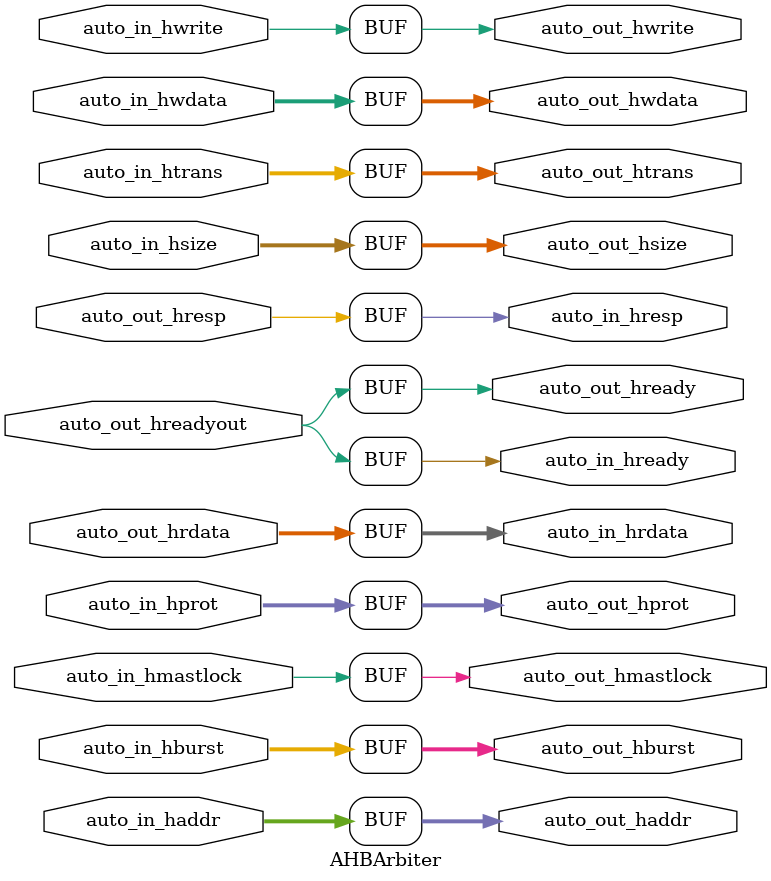
<source format=sv>
module AHBArbiter(
  input         auto_in_hmastlock,
  output        auto_in_hready,
  input  [1:0]  auto_in_htrans,
  input  [2:0]  auto_in_hsize,
  input  [2:0]  auto_in_hburst,
  input         auto_in_hwrite,
  input  [3:0]  auto_in_hprot,
  input  [29:0] auto_in_haddr,
  input  [31:0] auto_in_hwdata,
  output        auto_in_hresp,
  output [31:0] auto_in_hrdata,
  output        auto_out_hmastlock,
  output        auto_out_hready,
  input         auto_out_hreadyout,
  output [1:0]  auto_out_htrans,
  output [2:0]  auto_out_hsize,
  output [2:0]  auto_out_hburst,
  output        auto_out_hwrite,
  output [3:0]  auto_out_hprot,
  output [29:0] auto_out_haddr,
  output [31:0] auto_out_hwdata,
  input         auto_out_hresp,
  input  [31:0] auto_out_hrdata
);
  assign auto_in_hready = auto_out_hreadyout;
  assign auto_in_hresp = auto_out_hresp;
  assign auto_in_hrdata = auto_out_hrdata;
  assign auto_out_hmastlock = auto_in_hmastlock;
  assign auto_out_hready = auto_out_hreadyout;
  assign auto_out_htrans = auto_in_htrans;
  assign auto_out_hsize = auto_in_hsize;
  assign auto_out_hburst = auto_in_hburst;
  assign auto_out_hwrite = auto_in_hwrite;
  assign auto_out_hprot = auto_in_hprot;
  assign auto_out_haddr = auto_in_haddr;
  assign auto_out_hwdata = auto_in_hwdata;

endmodule

</source>
